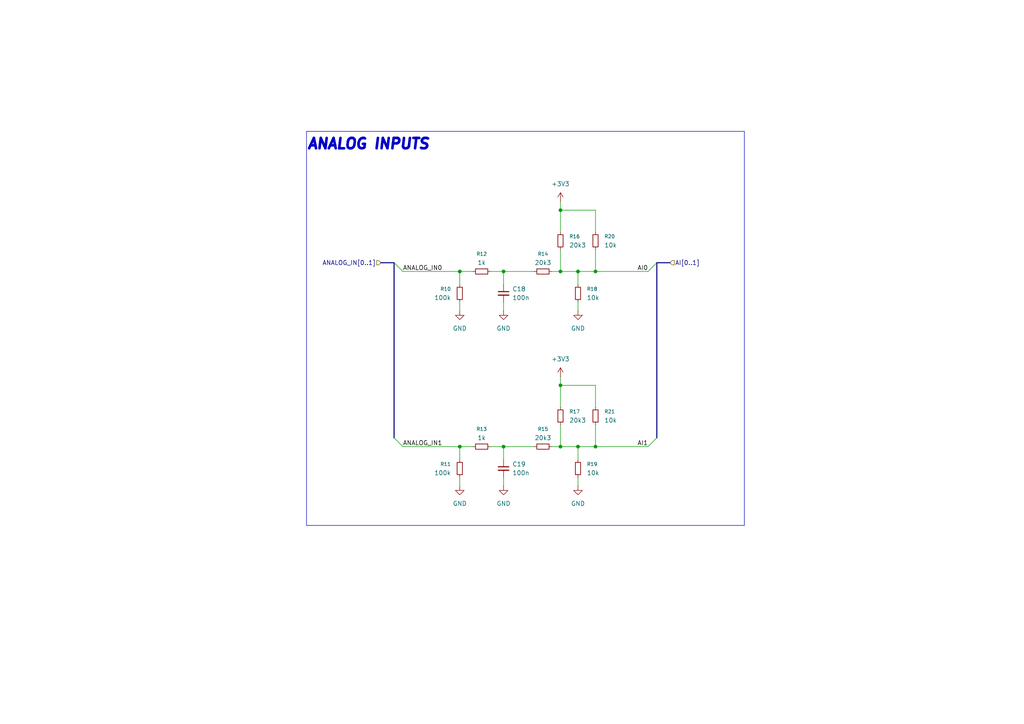
<source format=kicad_sch>
(kicad_sch (version 20250114) (generator "eeschema") (generator_version "9.0")
  (paper "A4")
  (title_block (title "PLC ON STM") (company "Author: Grzegorz Potocki"))
  (lib_symbols
    (symbol "Device:C_Small" (pin_numbers (hide yes)) (pin_names (offset 0.254) (hide yes))
      (property "Reference" "C" (at 0.254 1.778 0))
      (property "Value" "C_Small" (at 0.254 -2.032 0))
      (symbol "C_Small_0_1"
        (polyline (pts (xy -1.524 0.508) (xy 1.524 0.508)) (stroke (width 0.3048)))
        (polyline (pts (xy -1.524 -0.508) (xy 1.524 -0.508)) (stroke (width 0.3302)))
      )
      (symbol "C_Small_1_1"
        (pin passive line (at 0 2.54 270) (length 2.032) (name "~") (number "1"))
        (pin passive line (at 0 -2.54 90) (length 2.032) (name "~") (number "2"))
      )
    )
    (symbol "R_Small_1" (pin_numbers (hide yes)) (pin_names (offset 0.254) (hide yes))
      (property "Reference" "R" (at 0 0 90))
      (property "Value" "R_Small" (at 1.778 0 90))
      (symbol "R_Small_1_0_1"
        (rectangle (start -0.762 1.778) (end 0.762 -1.778) (stroke (width 0.2032)))
      )
      (symbol "R_Small_1_1_1"
        (pin passive line (at 0 2.54 270) (length 0.762) (name "~") (number "1"))
        (pin passive line (at 0 -2.54 90) (length 0.762) (name "~") (number "2"))
      )
    )
    (symbol "power:+3V3" (power) (pin_numbers (hide yes)) (pin_names (offset 0) (hide yes))
      (property "Value" "+3V3" (at 0 3.556 0))
      (symbol "+3V3_0_1"
        (polyline (pts (xy -0.762 1.27) (xy 0 2.54)))
        (polyline (pts (xy 0 2.54) (xy 0.762 1.27)))
        (polyline (pts (xy 0 0) (xy 0 2.54)))
      )
      (symbol "+3V3_1_1"
        (pin power_in line (at 0 0 90) (length 0) (name "~") (number "1"))
      )
    )
    (symbol "power:GND" (power) (pin_numbers (hide yes)) (pin_names (offset 0) (hide yes))
      (property "Value" "GND" (at 0 -3.81 0))
      (symbol "GND_0_1"
        (polyline (pts (xy 0 0) (xy 0 -1.27) (xy 1.27 -1.27) (xy 0 -2.54) (xy -1.27 -1.27) (xy 0 -1.27)))
      )
      (symbol "GND_1_1"
        (pin power_in line (at 0 0 270) (length 0) (name "~") (number "1"))
      )
    )
  )
  (rectangle (start 88.9 38.1) (end 215.9 152.4))
  (text "ANALOG INPUTS" (at 88.9 41.91 0) (effects (font (size 3 3) (thickness 2) (bold yes) (italic yes)) (justify left)))
  (junction (at 146.05 129.54))
  (junction (at 133.35 129.54))
  (junction (at 162.56 111.76))
  (junction (at 162.56 60.96))
  (junction (at 133.35 78.74))
  (junction (at 162.56 129.54))
  (junction (at 167.64 78.74))
  (junction (at 146.05 78.74))
  (junction (at 162.56 78.74))
  (junction (at 172.72 78.74))
  (junction (at 167.64 129.54))
  (junction (at 172.72 129.54))
  (bus_entry (at 116.84 78.74) (size -2.54 -2.54))
  (bus_entry (at 187.96 78.74) (size 2.54 -2.54))
  (bus_entry (at 187.96 129.54) (size 2.54 -2.54))
  (bus_entry (at 116.84 129.54) (size -2.54 -2.54))
  (bus (pts (xy 110.49 76.2) (xy 114.3 76.2)))
  (wire (pts (xy 142.24 129.54) (xy 146.05 129.54)))
  (wire (pts (xy 146.05 78.74) (xy 154.94 78.74)))
  (wire (pts (xy 133.35 129.54) (xy 137.16 129.54)))
  (wire (pts (xy 146.05 129.54) (xy 146.05 133.35)))
  (wire (pts (xy 172.72 111.76) (xy 172.72 118.11)))
  (bus (pts (xy 190.5 76.2) (xy 194.31 76.2)))
  (wire (pts (xy 133.35 78.74) (xy 133.35 82.55)))
  (wire (pts (xy 162.56 58.42) (xy 162.56 60.96)))
  (wire (pts (xy 160.02 78.74) (xy 162.56 78.74)))
  (bus (pts (xy 190.5 127) (xy 190.5 76.2)))
  (wire (pts (xy 146.05 138.43) (xy 146.05 140.97)))
  (wire (pts (xy 167.64 78.74) (xy 172.72 78.74)))
  (wire (pts (xy 162.56 78.74) (xy 167.64 78.74)))
  (wire (pts (xy 167.64 87.63) (xy 167.64 90.17)))
  (wire (pts (xy 172.72 129.54) (xy 187.96 129.54)))
  (wire (pts (xy 146.05 78.74) (xy 146.05 82.55)))
  (wire (pts (xy 133.35 78.74) (xy 137.16 78.74)))
  (wire (pts (xy 133.35 129.54) (xy 133.35 133.35)))
  (wire (pts (xy 142.24 78.74) (xy 146.05 78.74)))
  (wire (pts (xy 167.64 129.54) (xy 172.72 129.54)))
  (wire (pts (xy 162.56 72.39) (xy 162.56 78.74)))
  (wire (pts (xy 133.35 138.43) (xy 133.35 140.97)))
  (wire (pts (xy 162.56 111.76) (xy 162.56 118.11)))
  (wire (pts (xy 162.56 123.19) (xy 162.56 129.54)))
  (bus (pts (xy 114.3 127) (xy 114.3 76.2)))
  (wire (pts (xy 160.02 129.54) (xy 162.56 129.54)))
  (wire (pts (xy 167.64 138.43) (xy 167.64 140.97)))
  (wire (pts (xy 162.56 60.96) (xy 162.56 67.31)))
  (wire (pts (xy 146.05 129.54) (xy 154.94 129.54)))
  (wire (pts (xy 162.56 60.96) (xy 172.72 60.96)))
  (wire (pts (xy 162.56 111.76) (xy 172.72 111.76)))
  (wire (pts (xy 133.35 87.63) (xy 133.35 90.17)))
  (wire (pts (xy 116.84 78.74) (xy 133.35 78.74)))
  (wire (pts (xy 172.72 78.74) (xy 187.96 78.74)))
  (wire (pts (xy 116.84 129.54) (xy 133.35 129.54)))
  (wire (pts (xy 172.72 60.96) (xy 172.72 67.31)))
  (wire (pts (xy 167.64 129.54) (xy 167.64 133.35)))
  (wire (pts (xy 172.72 72.39) (xy 172.72 78.74)))
  (wire (pts (xy 162.56 109.22) (xy 162.56 111.76)))
  (wire (pts (xy 146.05 87.63) (xy 146.05 90.17)))
  (wire (pts (xy 172.72 123.19) (xy 172.72 129.54)))
  (wire (pts (xy 162.56 129.54) (xy 167.64 129.54)))
  (wire (pts (xy 167.64 78.74) (xy 167.64 82.55)))
  (label "AI0" (at 187.96 78.74 180))
  (label "ANALOG_IN1" (at 116.84 129.54 0))
  (label "ANALOG_IN0" (at 116.84 78.74 0))
  (label "AI1" (at 187.96 129.54 180))
  (hierarchical_label "ANALOG_IN[0..1]" (shape input) (at 110.49 76.2 180))
  (hierarchical_label "AI[0..1]" (shape input) (at 194.31 76.2 0))
  (symbol (lib_name "R_Small_1") (lib_id "Device:R_Small") (at 157.48 129.54 90) (unit 1)
    (property "Reference" "R15" (at 157.48 124.46 90) (effects (font (size 1.016 1.016))))
    (property "Value" "20k3" (at 157.48 127 90))
    (property "Footprint" "Resistor_SMD:R_0603_1608Metric_Pad0.98x0.95mm_HandSolder" (effects (hide yes)))
    (property "Datasheet" "https://www.vishay.com/docs/20035/dcrcwe3.pdf" (effects (hide yes)))
    (property "Description" "Resistor, small symbol" (effects (hide yes)))
    (property "Mouser Part Number" "71-CRCW06031K00FKED" (effects (hide yes)))
    (property "Mouser Price/Stock" "https://www.mouser.pl/ProductDetail/Vishay-Dale/CRCW06031K00FKED?qs=sGAEpiMZZMtlubZbdhIBIKbhzOdzan%2FGTch9K0lp5pQ%3D" (effects (hide yes)))
  )
  (symbol (lib_id "power:GND") (at 133.35 140.97 0) (unit 1)
    (property "Reference" "#PWR019" (effects (hide yes)))
    (property "Value" "GND" (at 133.35 146.05 0))
    (property "Description" "Power symbol creates a global label with name \"GND\" , ground" (effects (hide yes)))
  )
  (symbol (lib_name "R_Small_1") (lib_id "Device:R_Small") (at 172.72 69.85 180) (unit 1)
    (property "Reference" "R20" (at 175.26 68.5799 0) (effects (font (size 1.016 1.016)) (justify right)))
    (property "Value" "10k" (at 175.26 71.1199 0) (effects (justify right)))
    (property "Footprint" "Resistor_SMD:R_0603_1608Metric_Pad0.98x0.95mm_HandSolder" (effects (hide yes)))
    (property "Datasheet" "https://www.vishay.com/docs/20035/dcrcwe3.pdf" (effects (hide yes)))
    (property "Description" "Resistor, small symbol" (effects (hide yes)))
    (property "Mouser Part Number" "71-CRCW06031K00FKED" (effects (hide yes)))
    (property "Mouser Price/Stock" "https://www.mouser.pl/ProductDetail/Vishay-Dale/CRCW06031K00FKED?qs=sGAEpiMZZMtlubZbdhIBIKbhzOdzan%2FGTch9K0lp5pQ%3D" (effects (hide yes)))
  )
  (symbol (lib_name "R_Small_1") (lib_id "Device:R_Small") (at 167.64 135.89 180) (unit 1)
    (property "Reference" "R19" (at 170.18 134.6199 0) (effects (font (size 1.016 1.016)) (justify right)))
    (property "Value" "10k" (at 170.18 137.1599 0) (effects (justify right)))
    (property "Footprint" "Resistor_SMD:R_0603_1608Metric_Pad0.98x0.95mm_HandSolder" (effects (hide yes)))
    (property "Datasheet" "https://www.vishay.com/docs/20035/dcrcwe3.pdf" (effects (hide yes)))
    (property "Description" "Resistor, small symbol" (effects (hide yes)))
    (property "Mouser Part Number" "71-CRCW06031K00FKED" (effects (hide yes)))
    (property "Mouser Price/Stock" "https://www.mouser.pl/ProductDetail/Vishay-Dale/CRCW06031K00FKED?qs=sGAEpiMZZMtlubZbdhIBIKbhzOdzan%2FGTch9K0lp5pQ%3D" (effects (hide yes)))
  )
  (symbol (lib_name "R_Small_1") (lib_id "Device:R_Small") (at 157.48 78.74 90) (unit 1)
    (property "Reference" "R14" (at 157.48 73.66 90) (effects (font (size 1.016 1.016))))
    (property "Value" "20k3" (at 157.48 76.2 90))
    (property "Footprint" "Resistor_SMD:R_0603_1608Metric_Pad0.98x0.95mm_HandSolder" (effects (hide yes)))
    (property "Datasheet" "https://www.vishay.com/docs/20035/dcrcwe3.pdf" (effects (hide yes)))
    (property "Description" "Resistor, small symbol" (effects (hide yes)))
    (property "Mouser Part Number" "71-CRCW06031K00FKED" (effects (hide yes)))
    (property "Mouser Price/Stock" "https://www.mouser.pl/ProductDetail/Vishay-Dale/CRCW06031K00FKED?qs=sGAEpiMZZMtlubZbdhIBIKbhzOdzan%2FGTch9K0lp5pQ%3D" (effects (hide yes)))
  )
  (symbol (lib_name "R_Small_1") (lib_id "Device:R_Small") (at 167.64 85.09 180) (unit 1)
    (property "Reference" "R18" (at 170.18 83.8199 0) (effects (font (size 1.016 1.016)) (justify right)))
    (property "Value" "10k" (at 170.18 86.3599 0) (effects (justify right)))
    (property "Footprint" "Resistor_SMD:R_0603_1608Metric_Pad0.98x0.95mm_HandSolder" (effects (hide yes)))
    (property "Datasheet" "https://www.vishay.com/docs/20035/dcrcwe3.pdf" (effects (hide yes)))
    (property "Description" "Resistor, small symbol" (effects (hide yes)))
    (property "Mouser Part Number" "71-CRCW06031K00FKED" (effects (hide yes)))
    (property "Mouser Price/Stock" "https://www.mouser.pl/ProductDetail/Vishay-Dale/CRCW06031K00FKED?qs=sGAEpiMZZMtlubZbdhIBIKbhzOdzan%2FGTch9K0lp5pQ%3D" (effects (hide yes)))
  )
  (symbol (lib_id "power:GND") (at 146.05 90.17 0) (unit 1)
    (property "Reference" "#PWR020" (effects (hide yes)))
    (property "Value" "GND" (at 146.05 95.25 0))
    (property "Description" "Power symbol creates a global label with name \"GND\" , ground" (effects (hide yes)))
  )
  (symbol (lib_id "power:GND") (at 167.64 140.97 0) (unit 1)
    (property "Reference" "#PWR025" (effects (hide yes)))
    (property "Value" "GND" (at 167.64 146.05 0))
    (property "Description" "Power symbol creates a global label with name \"GND\" , ground" (effects (hide yes)))
  )
  (symbol (lib_name "R_Small_1") (lib_id "Device:R_Small") (at 172.72 120.65 180) (unit 1)
    (property "Reference" "R21" (at 175.26 119.3799 0) (effects (font (size 1.016 1.016)) (justify right)))
    (property "Value" "10k" (at 175.26 121.9199 0) (effects (justify right)))
    (property "Footprint" "Resistor_SMD:R_0603_1608Metric_Pad0.98x0.95mm_HandSolder" (effects (hide yes)))
    (property "Datasheet" "https://www.vishay.com/docs/20035/dcrcwe3.pdf" (effects (hide yes)))
    (property "Description" "Resistor, small symbol" (effects (hide yes)))
    (property "Mouser Part Number" "71-CRCW06031K00FKED" (effects (hide yes)))
    (property "Mouser Price/Stock" "https://www.mouser.pl/ProductDetail/Vishay-Dale/CRCW06031K00FKED?qs=sGAEpiMZZMtlubZbdhIBIKbhzOdzan%2FGTch9K0lp5pQ%3D" (effects (hide yes)))
  )
  (symbol (lib_id "power:GND") (at 146.05 140.97 0) (unit 1)
    (property "Reference" "#PWR021" (effects (hide yes)))
    (property "Value" "GND" (at 146.05 146.05 0))
    (property "Description" "Power symbol creates a global label with name \"GND\" , ground" (effects (hide yes)))
  )
  (symbol (lib_name "R_Small_1") (lib_id "Device:R_Small") (at 139.7 78.74 90) (unit 1)
    (property "Reference" "R12" (at 139.7 73.66 90) (effects (font (size 1.016 1.016))))
    (property "Value" "1k" (at 139.7 76.2 90))
    (property "Footprint" "Resistor_SMD:R_0603_1608Metric_Pad0.98x0.95mm_HandSolder" (effects (hide yes)))
    (property "Datasheet" "https://www.vishay.com/docs/20035/dcrcwe3.pdf" (effects (hide yes)))
    (property "Description" "Resistor, small symbol" (effects (hide yes)))
    (property "Mouser Part Number" "71-CRCW06031K00FKED" (effects (hide yes)))
    (property "Mouser Price/Stock" "https://www.mouser.pl/ProductDetail/Vishay-Dale/CRCW06031K00FKED?qs=sGAEpiMZZMtlubZbdhIBIKbhzOdzan%2FGTch9K0lp5pQ%3D" (effects (hide yes)))
  )
  (symbol (lib_name "R_Small_1") (lib_id "Device:R_Small") (at 133.35 135.89 0) (mirror x) (unit 1)
    (property "Reference" "R11" (at 130.81 134.6199 0) (effects (font (size 1.016 1.016)) (justify right)))
    (property "Value" "100k" (at 130.81 137.1599 0) (effects (justify right)))
    (property "Footprint" "Resistor_SMD:R_0603_1608Metric_Pad0.98x0.95mm_HandSolder" (effects (hide yes)))
    (property "Datasheet" "https://www.koaspeer.com/pdfs/RK73B.pdf" (effects (hide yes)))
    (property "Description" "Resistor, small symbol" (effects (hide yes)))
    (property "Mouser Part Number" "603-RT0603DRE07100KL" (effects (hide yes)))
    (property "Mouser Price/Stock" "https://www.mouser.pl/ProductDetail/KOA-Speer/RK73B1JTTD104J?qs=sGAEpiMZZMvdGkrng054t2HaaJFon%252B0pQ1vDU7rpyKc%3D" (effects (hide yes)))
  )
  (symbol (lib_id "power:+3V3") (at 162.56 58.42 0) (unit 1)
    (property "Reference" "#PWR022" (effects (hide yes)))
    (property "Value" "+3V3" (at 162.56 53.34 0))
    (property "Description" "Power symbol creates a global label with name \"+3V3\"" (effects (hide yes)))
  )
  (symbol (lib_name "R_Small_1") (lib_id "Device:R_Small") (at 139.7 129.54 90) (unit 1)
    (property "Reference" "R13" (at 139.7 124.46 90) (effects (font (size 1.016 1.016))))
    (property "Value" "1k" (at 139.7 127 90))
    (property "Footprint" "Resistor_SMD:R_0603_1608Metric_Pad0.98x0.95mm_HandSolder" (effects (hide yes)))
    (property "Datasheet" "https://www.vishay.com/docs/20035/dcrcwe3.pdf" (effects (hide yes)))
    (property "Description" "Resistor, small symbol" (effects (hide yes)))
    (property "Mouser Part Number" "71-CRCW06031K00FKED" (effects (hide yes)))
    (property "Mouser Price/Stock" "https://www.mouser.pl/ProductDetail/Vishay-Dale/CRCW06031K00FKED?qs=sGAEpiMZZMtlubZbdhIBIKbhzOdzan%2FGTch9K0lp5pQ%3D" (effects (hide yes)))
  )
  (symbol (lib_id "power:+3V3") (at 162.56 109.22 0) (unit 1)
    (property "Reference" "#PWR023" (effects (hide yes)))
    (property "Value" "+3V3" (at 162.56 104.14 0))
    (property "Description" "Power symbol creates a global label with name \"+3V3\"" (effects (hide yes)))
  )
  (symbol (lib_id "power:GND") (at 167.64 90.17 0) (unit 1)
    (property "Reference" "#PWR024" (effects (hide yes)))
    (property "Value" "GND" (at 167.64 95.25 0))
    (property "Description" "Power symbol creates a global label with name \"GND\" , ground" (effects (hide yes)))
  )
  (symbol (lib_name "R_Small_1") (lib_id "Device:R_Small") (at 133.35 85.09 0) (mirror x) (unit 1)
    (property "Reference" "R10" (at 130.81 83.8199 0) (effects (font (size 1.016 1.016)) (justify right)))
    (property "Value" "100k" (at 130.81 86.3599 0) (effects (justify right)))
    (property "Footprint" "Resistor_SMD:R_0603_1608Metric_Pad0.98x0.95mm_HandSolder" (effects (hide yes)))
    (property "Datasheet" "https://www.koaspeer.com/pdfs/RK73B.pdf" (effects (hide yes)))
    (property "Description" "Resistor, small symbol" (effects (hide yes)))
    (property "Mouser Part Number" "603-RT0603DRE07100KL" (effects (hide yes)))
    (property "Mouser Price/Stock" "https://www.mouser.pl/ProductDetail/KOA-Speer/RK73B1JTTD104J?qs=sGAEpiMZZMvdGkrng054t2HaaJFon%252B0pQ1vDU7rpyKc%3D" (effects (hide yes)))
  )
  (symbol (lib_id "Device:C_Small") (at 146.05 135.89 0) (unit 1)
    (property "Reference" "C19" (at 148.59 134.6263 0) (effects (justify left)))
    (property "Value" "100n" (at 148.59 137.1663 0) (effects (justify left)))
    (property "Footprint" "Capacitor_SMD:C_0603_1608Metric_Pad1.08x0.95mm_HandSolder" (effects (hide yes)))
    (property "Datasheet" "https://search.murata.co.jp/Ceramy/image/img/A01X/G101/ENG/GRM033R6YA104ME14-01A.pdf" (effects (hide yes)))
    (property "m" "C0603C104K5RAC3121" (effects (hide yes)))
    (property "Mouser Price/Stock" "https://www.mouser.pl/ProductDetail/Murata-Electronics/GRM033R6YA104ME14D?qs=P%2FC4Eoq9CDwjSVlAMBrT%252Bw%3D%3D" (effects (hide yes)))
    (property "Mouser Part Number" "GRM033R6YA104ME14D" (effects (hide yes)))
  )
  (symbol (lib_name "R_Small_1") (lib_id "Device:R_Small") (at 162.56 69.85 180) (unit 1)
    (property "Reference" "R16" (at 165.1 68.5799 0) (effects (font (size 1.016 1.016)) (justify right)))
    (property "Value" "20k3" (at 165.1 71.1199 0) (effects (justify right)))
    (property "Footprint" "Resistor_SMD:R_0603_1608Metric_Pad0.98x0.95mm_HandSolder" (effects (hide yes)))
    (property "Datasheet" "https://www.vishay.com/docs/20035/dcrcwe3.pdf" (effects (hide yes)))
    (property "Description" "Resistor, small symbol" (effects (hide yes)))
    (property "Mouser Part Number" "71-CRCW06031K00FKED" (effects (hide yes)))
    (property "Mouser Price/Stock" "https://www.mouser.pl/ProductDetail/Vishay-Dale/CRCW06031K00FKED?qs=sGAEpiMZZMtlubZbdhIBIKbhzOdzan%2FGTch9K0lp5pQ%3D" (effects (hide yes)))
  )
  (symbol (lib_id "power:GND") (at 133.35 90.17 0) (unit 1)
    (property "Reference" "#PWR018" (effects (hide yes)))
    (property "Value" "GND" (at 133.35 95.25 0))
    (property "Description" "Power symbol creates a global label with name \"GND\" , ground" (effects (hide yes)))
  )
  (symbol (lib_name "R_Small_1") (lib_id "Device:R_Small") (at 162.56 120.65 180) (unit 1)
    (property "Reference" "R17" (at 165.1 119.3799 0) (effects (font (size 1.016 1.016)) (justify right)))
    (property "Value" "20k3" (at 165.1 121.9199 0) (effects (justify right)))
    (property "Footprint" "Resistor_SMD:R_0603_1608Metric_Pad0.98x0.95mm_HandSolder" (effects (hide yes)))
    (property "Datasheet" "https://www.vishay.com/docs/20035/dcrcwe3.pdf" (effects (hide yes)))
    (property "Description" "Resistor, small symbol" (effects (hide yes)))
    (property "Mouser Part Number" "71-CRCW06031K00FKED" (effects (hide yes)))
    (property "Mouser Price/Stock" "https://www.mouser.pl/ProductDetail/Vishay-Dale/CRCW06031K00FKED?qs=sGAEpiMZZMtlubZbdhIBIKbhzOdzan%2FGTch9K0lp5pQ%3D" (effects (hide yes)))
  )
  (symbol (lib_id "Device:C_Small") (at 146.05 85.09 0) (unit 1)
    (property "Reference" "C18" (at 148.59 83.8263 0) (effects (justify left)))
    (property "Value" "100n" (at 148.59 86.3663 0) (effects (justify left)))
    (property "Footprint" "Capacitor_SMD:C_0603_1608Metric_Pad1.08x0.95mm_HandSolder" (effects (hide yes)))
    (property "Datasheet" "https://search.murata.co.jp/Ceramy/image/img/A01X/G101/ENG/GRM033R6YA104ME14-01A.pdf" (effects (hide yes)))
    (property "m" "C0603C104K5RAC3121" (effects (hide yes)))
    (property "Mouser Price/Stock" "https://www.mouser.pl/ProductDetail/Murata-Electronics/GRM033R6YA104ME14D?qs=P%2FC4Eoq9CDwjSVlAMBrT%252Bw%3D%3D" (effects (hide yes)))
    (property "Mouser Part Number" "GRM033R6YA104ME14D" (effects (hide yes)))
  )
)
</source>
